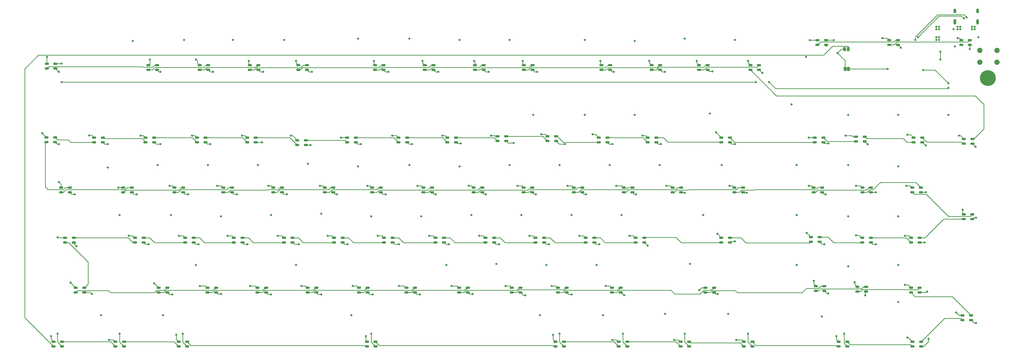
<source format=gbr>
G04 #@! TF.GenerationSoftware,KiCad,Pcbnew,8.0.6*
G04 #@! TF.CreationDate,2025-01-12T17:42:35+11:00*
G04 #@! TF.ProjectId,keyboard,6b657962-6f61-4726-942e-6b696361645f,rev?*
G04 #@! TF.SameCoordinates,Original*
G04 #@! TF.FileFunction,Copper,L1,Top*
G04 #@! TF.FilePolarity,Positive*
%FSLAX46Y46*%
G04 Gerber Fmt 4.6, Leading zero omitted, Abs format (unit mm)*
G04 Created by KiCad (PCBNEW 8.0.6) date 2025-01-12 17:42:35*
%MOMM*%
%LPD*%
G01*
G04 APERTURE LIST*
G04 Aperture macros list*
%AMRoundRect*
0 Rectangle with rounded corners*
0 $1 Rounding radius*
0 $2 $3 $4 $5 $6 $7 $8 $9 X,Y pos of 4 corners*
0 Add a 4 corners polygon primitive as box body*
4,1,4,$2,$3,$4,$5,$6,$7,$8,$9,$2,$3,0*
0 Add four circle primitives for the rounded corners*
1,1,$1+$1,$2,$3*
1,1,$1+$1,$4,$5*
1,1,$1+$1,$6,$7*
1,1,$1+$1,$8,$9*
0 Add four rect primitives between the rounded corners*
20,1,$1+$1,$2,$3,$4,$5,0*
20,1,$1+$1,$4,$5,$6,$7,0*
20,1,$1+$1,$6,$7,$8,$9,0*
20,1,$1+$1,$8,$9,$2,$3,0*%
G04 Aperture macros list end*
G04 #@! TA.AperFunction,EtchedComponent*
%ADD10C,0.000000*%
G04 #@! TD*
G04 #@! TA.AperFunction,SMDPad,CuDef*
%ADD11RoundRect,0.200000X-0.550000X-0.200000X0.550000X-0.200000X0.550000X0.200000X-0.550000X0.200000X0*%
G04 #@! TD*
G04 #@! TA.AperFunction,SMDPad,CuDef*
%ADD12R,1.000000X1.500000*%
G04 #@! TD*
G04 #@! TA.AperFunction,ComponentPad*
%ADD13C,2.000000*%
G04 #@! TD*
G04 #@! TA.AperFunction,ComponentPad*
%ADD14C,6.000000*%
G04 #@! TD*
G04 #@! TA.AperFunction,ComponentPad*
%ADD15O,1.000000X1.800000*%
G04 #@! TD*
G04 #@! TA.AperFunction,ComponentPad*
%ADD16O,1.000000X2.100000*%
G04 #@! TD*
G04 #@! TA.AperFunction,ViaPad*
%ADD17C,0.800000*%
G04 #@! TD*
G04 #@! TA.AperFunction,Conductor*
%ADD18C,0.250000*%
G04 #@! TD*
G04 APERTURE END LIST*
D10*
G04 #@! TA.AperFunction,EtchedComponent*
G36*
X334750000Y-43800000D02*
G01*
X334250000Y-43800000D01*
X334250000Y-43200000D01*
X334750000Y-43200000D01*
X334750000Y-43800000D01*
G37*
G04 #@! TD.AperFunction*
D11*
X97860000Y-88610000D03*
X97860000Y-90390000D03*
X101140000Y-90390000D03*
X101140000Y-88610000D03*
X41860000Y-126610000D03*
X41860000Y-128390000D03*
X45140000Y-128390000D03*
X45140000Y-126610000D03*
X164360000Y-69610000D03*
X164360000Y-71390000D03*
X167640000Y-71390000D03*
X167640000Y-69610000D03*
X340410000Y-88610000D03*
X340410000Y-90390000D03*
X343690000Y-90390000D03*
X343690000Y-88610000D03*
X125910000Y-70610000D03*
X125910000Y-72390000D03*
X129190000Y-72390000D03*
X129190000Y-70610000D03*
X223910000Y-147110000D03*
X223910000Y-148890000D03*
X227190000Y-148890000D03*
X227190000Y-147110000D03*
X207360000Y-126610000D03*
X207360000Y-128390000D03*
X210640000Y-128390000D03*
X210640000Y-126610000D03*
X101860000Y-107610000D03*
X101860000Y-109390000D03*
X105140000Y-109390000D03*
X105140000Y-107610000D03*
X197360000Y-107610000D03*
X197360000Y-109390000D03*
X200640000Y-109390000D03*
X200640000Y-107610000D03*
X280860000Y-126610000D03*
X280860000Y-128390000D03*
X284140000Y-128390000D03*
X284140000Y-126610000D03*
X291860000Y-88610000D03*
X291860000Y-90390000D03*
X295140000Y-90390000D03*
X295140000Y-88610000D03*
X56910000Y-147110000D03*
X56910000Y-148890000D03*
X60190000Y-148890000D03*
X60190000Y-147110000D03*
X321860000Y-88610000D03*
X321860000Y-90390000D03*
X325140000Y-90390000D03*
X325140000Y-88610000D03*
X201910000Y-69110000D03*
X201910000Y-70890000D03*
X205190000Y-70890000D03*
X205190000Y-69110000D03*
X220910000Y-69110000D03*
X220910000Y-70890000D03*
X224190000Y-70890000D03*
X224190000Y-69110000D03*
X30720000Y-69500000D03*
X30720000Y-71280000D03*
X34000000Y-71280000D03*
X34000000Y-69500000D03*
X358860000Y-126610000D03*
X358860000Y-128390000D03*
X362140000Y-128390000D03*
X362140000Y-126610000D03*
X144860000Y-69610000D03*
X144860000Y-71390000D03*
X148140000Y-71390000D03*
X148140000Y-69610000D03*
X254360000Y-107610000D03*
X254360000Y-109390000D03*
X257640000Y-109390000D03*
X257640000Y-107610000D03*
X320910000Y-107410000D03*
X320910000Y-109190000D03*
X324190000Y-109190000D03*
X324190000Y-107410000D03*
X36360000Y-88610000D03*
X36360000Y-90390000D03*
X39640000Y-90390000D03*
X39640000Y-88610000D03*
X126360000Y-42110000D03*
X126360000Y-43890000D03*
X129640000Y-43890000D03*
X129640000Y-42110000D03*
X359360000Y-88610000D03*
X359360000Y-90390000D03*
X362640000Y-90390000D03*
X362640000Y-88610000D03*
X378410000Y-137110000D03*
X378410000Y-138890000D03*
X381690000Y-138890000D03*
X381690000Y-137110000D03*
X79360000Y-88610000D03*
X79360000Y-90390000D03*
X82640000Y-90390000D03*
X82640000Y-88610000D03*
X340360000Y-107610000D03*
X340360000Y-109390000D03*
X343640000Y-109390000D03*
X343640000Y-107610000D03*
X107910000Y-42110000D03*
X107910000Y-43890000D03*
X111190000Y-43890000D03*
X111190000Y-42110000D03*
X268360000Y-88610000D03*
X268360000Y-90390000D03*
X271640000Y-90390000D03*
X271640000Y-88610000D03*
X241410000Y-42110000D03*
X241410000Y-43890000D03*
X244690000Y-43890000D03*
X244690000Y-42110000D03*
X331410000Y-147110000D03*
X331410000Y-148890000D03*
X334690000Y-148890000D03*
X334690000Y-147110000D03*
X182910000Y-69610000D03*
X182910000Y-71390000D03*
X186190000Y-71390000D03*
X186190000Y-69610000D03*
X155410000Y-42110000D03*
X155410000Y-43890000D03*
X158690000Y-43890000D03*
X158690000Y-42110000D03*
X286860000Y-107610000D03*
X286860000Y-109390000D03*
X290140000Y-109390000D03*
X290140000Y-107610000D03*
X350635000Y-32610000D03*
X350635000Y-34390000D03*
X353915000Y-34390000D03*
X353915000Y-32610000D03*
X174360000Y-42110000D03*
X174360000Y-43890000D03*
X177640000Y-43890000D03*
X177640000Y-42110000D03*
X278410000Y-42110000D03*
X278410000Y-43890000D03*
X281690000Y-43890000D03*
X281690000Y-42110000D03*
X235360000Y-107610000D03*
X235360000Y-109390000D03*
X238640000Y-109390000D03*
X238640000Y-107610000D03*
X129860000Y-126610000D03*
X129860000Y-128390000D03*
X133140000Y-128390000D03*
X133140000Y-126610000D03*
X271410000Y-147110000D03*
X271410000Y-148890000D03*
X274690000Y-148890000D03*
X274690000Y-147110000D03*
X37860000Y-107610000D03*
X37860000Y-109390000D03*
X41140000Y-109390000D03*
X41140000Y-107610000D03*
X297910000Y-42110000D03*
X297910000Y-43890000D03*
X301190000Y-43890000D03*
X301190000Y-42110000D03*
X73360000Y-126610000D03*
X73360000Y-128390000D03*
X76640000Y-128390000D03*
X76640000Y-126610000D03*
X69410000Y-42110000D03*
X69410000Y-43890000D03*
X72690000Y-43890000D03*
X72690000Y-42110000D03*
X245360000Y-126610000D03*
X245360000Y-128390000D03*
X248640000Y-128390000D03*
X248640000Y-126610000D03*
X59860000Y-88610000D03*
X59860000Y-90390000D03*
X63140000Y-90390000D03*
X63140000Y-88610000D03*
X187360000Y-126610000D03*
X187360000Y-128390000D03*
X190640000Y-128390000D03*
X190640000Y-126610000D03*
X106910000Y-69610000D03*
X106910000Y-71390000D03*
X110190000Y-71390000D03*
X110190000Y-69610000D03*
X247910000Y-147110000D03*
X247910000Y-148890000D03*
X251190000Y-148890000D03*
X251190000Y-147110000D03*
X68360000Y-69610000D03*
X68360000Y-71390000D03*
X71640000Y-71390000D03*
X71640000Y-69610000D03*
X33410000Y-147110000D03*
X33410000Y-148890000D03*
X36690000Y-148890000D03*
X36690000Y-147110000D03*
X249860000Y-88610000D03*
X249860000Y-90390000D03*
X253140000Y-90390000D03*
X253140000Y-88610000D03*
X224860000Y-126610000D03*
X224860000Y-128390000D03*
X228140000Y-128390000D03*
X228140000Y-126610000D03*
X91860000Y-126610000D03*
X91860000Y-128390000D03*
X95140000Y-128390000D03*
X95140000Y-126610000D03*
X358860000Y-107610000D03*
X358860000Y-109390000D03*
X362140000Y-109390000D03*
X362140000Y-107610000D03*
X295410000Y-147110000D03*
X295410000Y-148890000D03*
X298690000Y-148890000D03*
X298690000Y-147110000D03*
X323360000Y-32610000D03*
X323360000Y-34390000D03*
X326640000Y-34390000D03*
X326640000Y-32610000D03*
X116860000Y-88610000D03*
X116860000Y-90390000D03*
X120140000Y-90390000D03*
X120140000Y-88610000D03*
X377910000Y-32610000D03*
X377910000Y-34390000D03*
X381190000Y-34390000D03*
X381190000Y-32610000D03*
X30860000Y-41610000D03*
X30860000Y-43390000D03*
X34140000Y-43390000D03*
X34140000Y-41610000D03*
X110860000Y-126610000D03*
X110860000Y-128390000D03*
X114140000Y-128390000D03*
X114140000Y-126610000D03*
D12*
X333700000Y-36000000D03*
X335000000Y-36000000D03*
D11*
X378910000Y-70110000D03*
X378910000Y-71890000D03*
X382190000Y-71890000D03*
X382190000Y-70110000D03*
X378860000Y-98760000D03*
X378860000Y-100540000D03*
X382140000Y-100540000D03*
X382140000Y-98760000D03*
X211910000Y-42110000D03*
X211910000Y-43890000D03*
X215190000Y-43890000D03*
X215190000Y-42110000D03*
D12*
X335150000Y-43500000D03*
X333850000Y-43500000D03*
D11*
X48860000Y-69610000D03*
X48860000Y-71390000D03*
X52140000Y-71390000D03*
X52140000Y-69610000D03*
X322360000Y-69610000D03*
X322360000Y-71390000D03*
X325640000Y-71390000D03*
X325640000Y-69610000D03*
X149360000Y-126610000D03*
X149360000Y-128390000D03*
X152640000Y-128390000D03*
X152640000Y-126610000D03*
X173860000Y-88610000D03*
X173860000Y-90390000D03*
X177140000Y-90390000D03*
X177140000Y-88610000D03*
X260410000Y-42110000D03*
X260410000Y-43890000D03*
X263690000Y-43890000D03*
X263690000Y-42110000D03*
X230860000Y-88610000D03*
X230860000Y-90390000D03*
X234140000Y-90390000D03*
X234140000Y-88610000D03*
X152360000Y-147110000D03*
X152360000Y-148890000D03*
X155640000Y-148890000D03*
X155640000Y-147110000D03*
X136360000Y-88610000D03*
X136360000Y-90390000D03*
X139640000Y-90390000D03*
X139640000Y-88610000D03*
X258910000Y-69610000D03*
X258910000Y-71390000D03*
X262190000Y-71390000D03*
X262190000Y-69610000D03*
X211860000Y-88610000D03*
X211860000Y-90390000D03*
X215140000Y-90390000D03*
X215140000Y-88610000D03*
X178360000Y-107610000D03*
X178360000Y-109390000D03*
X181640000Y-109390000D03*
X181640000Y-107610000D03*
X87860000Y-69610000D03*
X87860000Y-71390000D03*
X91140000Y-71390000D03*
X91140000Y-69610000D03*
X338500000Y-126260000D03*
X338500000Y-128040000D03*
X341780000Y-128040000D03*
X341780000Y-126260000D03*
X359410000Y-147110000D03*
X359410000Y-148890000D03*
X362690000Y-148890000D03*
X362690000Y-147110000D03*
X359860000Y-69610000D03*
X359860000Y-71390000D03*
X363140000Y-71390000D03*
X363140000Y-69610000D03*
X88860000Y-42110000D03*
X88860000Y-43890000D03*
X92140000Y-43890000D03*
X92140000Y-42110000D03*
X337972500Y-69272500D03*
X337972500Y-71052500D03*
X341252500Y-71052500D03*
X341252500Y-69272500D03*
X158860000Y-107610000D03*
X158860000Y-109390000D03*
X162140000Y-109390000D03*
X162140000Y-107610000D03*
X240360000Y-69610000D03*
X240360000Y-71390000D03*
X243640000Y-71390000D03*
X243640000Y-69610000D03*
X80910000Y-147110000D03*
X80910000Y-148890000D03*
X84190000Y-148890000D03*
X84190000Y-147110000D03*
X192860000Y-88610000D03*
X192860000Y-90390000D03*
X196140000Y-90390000D03*
X196140000Y-88610000D03*
X216360000Y-107610000D03*
X216360000Y-109390000D03*
X219640000Y-109390000D03*
X219640000Y-107610000D03*
X139860000Y-107610000D03*
X139860000Y-109390000D03*
X143140000Y-109390000D03*
X143140000Y-107610000D03*
X286860000Y-69610000D03*
X286860000Y-71390000D03*
X290140000Y-71390000D03*
X290140000Y-69610000D03*
X193410000Y-42110000D03*
X193410000Y-43890000D03*
X196690000Y-43890000D03*
X196690000Y-42110000D03*
X167360000Y-126610000D03*
X167360000Y-128390000D03*
X170640000Y-128390000D03*
X170640000Y-126610000D03*
X120860000Y-107610000D03*
X120860000Y-109390000D03*
X124140000Y-109390000D03*
X124140000Y-107610000D03*
X64360000Y-107610000D03*
X64360000Y-109390000D03*
X67640000Y-109390000D03*
X67640000Y-107610000D03*
X83360000Y-107610000D03*
X83360000Y-109390000D03*
X86640000Y-109390000D03*
X86640000Y-107610000D03*
X154360000Y-88610000D03*
X154360000Y-90390000D03*
X157640000Y-90390000D03*
X157640000Y-88610000D03*
X322720000Y-126000000D03*
X322720000Y-127780000D03*
X326000000Y-127780000D03*
X326000000Y-126000000D03*
D13*
X391500000Y-36500000D03*
X385000000Y-36500000D03*
X391500000Y-41000000D03*
X385000000Y-41000000D03*
D14*
X388000000Y-47000000D03*
D15*
X375500000Y-21500000D03*
D16*
X375500000Y-25700000D03*
D15*
X384140000Y-21500000D03*
D16*
X384140000Y-25700000D03*
D17*
X51500000Y-137000000D03*
X63500000Y-33000000D03*
X58500000Y-99000000D03*
X54000000Y-81000000D03*
X83000000Y-32500000D03*
X87500000Y-118000000D03*
X73000000Y-80000000D03*
X75000000Y-137000000D03*
X78000000Y-99000000D03*
X97000000Y-99500000D03*
X101500000Y-32500000D03*
X92000000Y-80000000D03*
X111000000Y-80000000D03*
X125500000Y-118000000D03*
X116000000Y-99000000D03*
X121000000Y-32500000D03*
X135000000Y-98500000D03*
X146500000Y-137000000D03*
X130000000Y-79500000D03*
X149000000Y-80500000D03*
X154000000Y-99500000D03*
X149000000Y-32000000D03*
X182500000Y-118000000D03*
X173000000Y-99500000D03*
X168500000Y-32000000D03*
X168500000Y-80000000D03*
X201500000Y-117500000D03*
X192000000Y-99000000D03*
X187500000Y-32500000D03*
X187500000Y-80500000D03*
X218000000Y-137000000D03*
X211000000Y-99000000D03*
X206500000Y-80000000D03*
X215500000Y-61000000D03*
X206500000Y-32500000D03*
X220500000Y-118000000D03*
X242000000Y-137000000D03*
X235000000Y-61000000D03*
X235000000Y-32500000D03*
X230000000Y-99000000D03*
X225500000Y-80000000D03*
X239500000Y-118000000D03*
X254000000Y-33000000D03*
X249000000Y-99000000D03*
X254000000Y-61000000D03*
X244500000Y-80000000D03*
X263500000Y-80000000D03*
X280000000Y-99000000D03*
X265500000Y-136500000D03*
X275000000Y-117500000D03*
X273000000Y-32000014D03*
X292000000Y-32500000D03*
X287000000Y-80000000D03*
X282500000Y-60500000D03*
X289500000Y-136500000D03*
X315500000Y-118000000D03*
X315500000Y-99000000D03*
X315500000Y-80000000D03*
X313500000Y-57000000D03*
X335000000Y-99500000D03*
X335000000Y-61000000D03*
X335000000Y-80000000D03*
X325000000Y-137500000D03*
X335000000Y-118500000D03*
X354000000Y-99500000D03*
X354000000Y-80500000D03*
X354000000Y-118000000D03*
X354000000Y-132000000D03*
X354000000Y-61000000D03*
X373000000Y-61000000D03*
X329500000Y-32610000D03*
X331000000Y-37500000D03*
X300000000Y-48500000D03*
X305000000Y-48500000D03*
X36500000Y-41500000D03*
X36500000Y-48500000D03*
X373000000Y-50725000D03*
X350000000Y-43500000D03*
X99500000Y-106885000D03*
X233000000Y-106885000D03*
X223000000Y-144500000D03*
X125500000Y-40500000D03*
X184500000Y-125885000D03*
X58000000Y-88610000D03*
X171500000Y-87885000D03*
X292500000Y-146385000D03*
X338000000Y-87885000D03*
X266000000Y-87885000D03*
X376000000Y-136000000D03*
X209500000Y-87885000D03*
X107500000Y-40500000D03*
X357000000Y-87885000D03*
X277500000Y-40500000D03*
X290000000Y-87885000D03*
X193000000Y-40500000D03*
X285375000Y-106125000D03*
X127500000Y-125885000D03*
X238000000Y-68385000D03*
X191000000Y-87885000D03*
X356500000Y-125535000D03*
X176000000Y-106885000D03*
X199500000Y-68885000D03*
X357500000Y-145500000D03*
X32500000Y-145000000D03*
X62000000Y-106885000D03*
X369500000Y-32500000D03*
X320000000Y-69610000D03*
X156500000Y-106885000D03*
X118500000Y-106885000D03*
X71625000Y-124875000D03*
X348000000Y-31885000D03*
X105000000Y-68885000D03*
X35000000Y-107500000D03*
X382000000Y-28500000D03*
X247000000Y-87885000D03*
X35500000Y-86500000D03*
X81000000Y-106885000D03*
X241000000Y-40500000D03*
X284875000Y-67625000D03*
X95500000Y-87885000D03*
X228500000Y-87885000D03*
X47000000Y-68775000D03*
X162000000Y-68885000D03*
X245500000Y-146385000D03*
X115000000Y-87885000D03*
X77500000Y-87885000D03*
X70000000Y-40000000D03*
X297000000Y-40500000D03*
X377500000Y-27500000D03*
X337500000Y-124500000D03*
X155000000Y-40500000D03*
X152500000Y-87885000D03*
X86000000Y-68885000D03*
X269000000Y-146385000D03*
X278500000Y-127500000D03*
X205000000Y-125885000D03*
X243000000Y-125885000D03*
X173500000Y-40500000D03*
X80000000Y-144500000D03*
X356500000Y-106885000D03*
X123500000Y-68885000D03*
X320000000Y-87885000D03*
X259500000Y-40500000D03*
X368500000Y-32500000D03*
X137500000Y-106885000D03*
X87500000Y-40000000D03*
X320500000Y-32610000D03*
X376500000Y-31885000D03*
X257000000Y-68885000D03*
X338000000Y-106685000D03*
X382000000Y-27500000D03*
X322000000Y-124000000D03*
X29110000Y-67890000D03*
X357500000Y-68547500D03*
X181000000Y-68885000D03*
X54500000Y-146385000D03*
X330500000Y-145000000D03*
X142500000Y-69610000D03*
X252000000Y-106885000D03*
X164500000Y-125885000D03*
X152000000Y-145000000D03*
X375000000Y-28500000D03*
X211500000Y-40500000D03*
X368500000Y-31500000D03*
X319250000Y-105750000D03*
X39875000Y-124625000D03*
X218500000Y-68385000D03*
X66500000Y-68885000D03*
X334000000Y-68885000D03*
X31000000Y-39000000D03*
X319000000Y-39000000D03*
X377500000Y-28500000D03*
X377000000Y-68885000D03*
X108000000Y-125885000D03*
X378500000Y-97000000D03*
X134500000Y-87885000D03*
X384500000Y-31500000D03*
X89000000Y-125885000D03*
X195000000Y-106885000D03*
X369500000Y-31500000D03*
X147000000Y-125885000D03*
X214000000Y-106885000D03*
X222500000Y-125885000D03*
X145000000Y-110115000D03*
X112500000Y-71390000D03*
X131000000Y-72390000D03*
X285500000Y-129000000D03*
X292000000Y-108990000D03*
X249500000Y-144000000D03*
X368500000Y-28500000D03*
X327500000Y-128765000D03*
X169500000Y-72115000D03*
X82500000Y-144000000D03*
X65000000Y-91115000D03*
X74000000Y-72115000D03*
X258875000Y-110625000D03*
X376499997Y-27500000D03*
X135000000Y-129115000D03*
X355012500Y-35487500D03*
X159500000Y-91115000D03*
X342350000Y-72150000D03*
X160500000Y-44615000D03*
X250000000Y-129398900D03*
X369500000Y-27500000D03*
X364500000Y-90390000D03*
X225500000Y-144000000D03*
X383500000Y-100000000D03*
X131500000Y-44615000D03*
X107000000Y-110115000D03*
X178500000Y-91115000D03*
X141000000Y-91115000D03*
X264000000Y-72115000D03*
X188000000Y-71790000D03*
X84500000Y-91115000D03*
X154000000Y-144000000D03*
X230000000Y-129115000D03*
X283500000Y-44500000D03*
X47999983Y-128999983D03*
X365000000Y-128000000D03*
X208000000Y-71615000D03*
X183500000Y-110115000D03*
X221500000Y-110115000D03*
X383034153Y-27524246D03*
X54000000Y-72115000D03*
X42137300Y-110862700D03*
X345500000Y-90390000D03*
X364000000Y-109390000D03*
X296500000Y-90500000D03*
X246000000Y-44615000D03*
X78500000Y-129115000D03*
X292000000Y-72115000D03*
X35000000Y-144000000D03*
X94000000Y-44615000D03*
X217000000Y-44615000D03*
X227500000Y-72115000D03*
X150000000Y-72115000D03*
X364500000Y-72615000D03*
X297000000Y-144000000D03*
X369500000Y-28500000D03*
X326500000Y-91115000D03*
X212500000Y-129500000D03*
X368500000Y-27500000D03*
X164500000Y-110115000D03*
X88500000Y-110115000D03*
X345500000Y-110115000D03*
X326000000Y-110115000D03*
X58500000Y-144000000D03*
X326738336Y-34693652D03*
X41500000Y-91115000D03*
X240500000Y-110115000D03*
X103000000Y-91115000D03*
X254500000Y-91115000D03*
X302400000Y-45100000D03*
X235500000Y-91115000D03*
X97000000Y-129000000D03*
X154500000Y-129115000D03*
X245500000Y-72115000D03*
X381190000Y-36000000D03*
X327500000Y-71790000D03*
X383500000Y-140000000D03*
X383400000Y-73100000D03*
X192500000Y-129000000D03*
X172500000Y-129115000D03*
X333500000Y-144000000D03*
X273000000Y-144000000D03*
X116000000Y-129115000D03*
X202500000Y-110115000D03*
X376500000Y-28500000D03*
X198500000Y-44615000D03*
X375500000Y-35000000D03*
X35500000Y-44615000D03*
X197500000Y-91115000D03*
X74000000Y-44615000D03*
X216500000Y-91115000D03*
X122000000Y-91115000D03*
X265500000Y-44615000D03*
X365500000Y-146000000D03*
X179500000Y-44615000D03*
X126500000Y-110115000D03*
X383000000Y-28500000D03*
X93000000Y-72115000D03*
X113000000Y-44615000D03*
X35500000Y-72115000D03*
X273000000Y-90500000D03*
X341500000Y-129500000D03*
X69500000Y-110115000D03*
X380000000Y-24000000D03*
X360500000Y-32500000D03*
X378951992Y-24325000D03*
X361500000Y-31500000D03*
X370000000Y-37000000D03*
X370000000Y-40000000D03*
X373000000Y-49000000D03*
X363500000Y-44000002D03*
D18*
X372725000Y-51000000D02*
X373000000Y-50725000D01*
X307500000Y-51000000D02*
X372725000Y-51000000D01*
X305000000Y-48500000D02*
X307500000Y-51000000D01*
X371575000Y-138225000D02*
X362690000Y-147110000D01*
X378410000Y-138890000D02*
X377745000Y-138225000D01*
X377745000Y-138225000D02*
X371575000Y-138225000D01*
X67400000Y-42900000D02*
X71150000Y-42900000D01*
X71150000Y-42900000D02*
X71940000Y-42110000D01*
X30860000Y-43390000D02*
X31585000Y-42665000D01*
X71940000Y-42110000D02*
X72690000Y-42110000D01*
X67165000Y-42665000D02*
X67400000Y-42900000D01*
X31585000Y-42665000D02*
X67165000Y-42665000D01*
X70988604Y-43890000D02*
X71928604Y-42950000D01*
X69410000Y-43890000D02*
X70988604Y-43890000D01*
X91390000Y-42110000D02*
X92140000Y-42110000D01*
X90550000Y-42950000D02*
X91390000Y-42110000D01*
X71928604Y-42950000D02*
X90550000Y-42950000D01*
X109995600Y-42950000D02*
X110395600Y-42550000D01*
X90641996Y-43890000D02*
X91581996Y-42950000D01*
X91581996Y-42950000D02*
X109995600Y-42950000D01*
X88860000Y-43890000D02*
X90641996Y-43890000D01*
X110395600Y-42550000D02*
X110815000Y-42550000D01*
X110815000Y-42550000D02*
X111190000Y-42175000D01*
X128253604Y-42110000D02*
X129640000Y-42110000D01*
X127363604Y-43000000D02*
X128253604Y-42110000D01*
X109691996Y-43890000D02*
X110581996Y-43000000D01*
X110581996Y-43000000D02*
X127363604Y-43000000D01*
X107910000Y-43890000D02*
X109691996Y-43890000D01*
X126360000Y-43890000D02*
X127110000Y-43890000D01*
X157940000Y-42110000D02*
X158690000Y-42110000D01*
X127110000Y-43890000D02*
X127950000Y-43050000D01*
X127950000Y-43050000D02*
X157000000Y-43050000D01*
X157000000Y-43050000D02*
X157940000Y-42110000D01*
X176890000Y-42110000D02*
X177640000Y-42110000D01*
X155410000Y-43890000D02*
X157191996Y-43890000D01*
X176050000Y-42950000D02*
X176890000Y-42110000D01*
X157191996Y-43890000D02*
X158131996Y-42950000D01*
X158131996Y-42950000D02*
X176050000Y-42950000D01*
X195940000Y-42110000D02*
X196690000Y-42110000D01*
X174360000Y-43890000D02*
X176141996Y-43890000D01*
X177081996Y-42950000D02*
X195100000Y-42950000D01*
X176141996Y-43890000D02*
X177081996Y-42950000D01*
X195100000Y-42950000D02*
X195940000Y-42110000D01*
X214750000Y-42550000D02*
X215190000Y-42110000D01*
X195191996Y-43890000D02*
X196081996Y-43000000D01*
X196081996Y-43000000D02*
X213945600Y-43000000D01*
X193410000Y-43890000D02*
X195191996Y-43890000D01*
X214395600Y-42550000D02*
X214750000Y-42550000D01*
X213945600Y-43000000D02*
X214395600Y-42550000D01*
X243940000Y-42110000D02*
X244690000Y-42110000D01*
X214581996Y-43000000D02*
X243050000Y-43000000D01*
X243050000Y-43000000D02*
X243940000Y-42110000D01*
X213691996Y-43890000D02*
X214581996Y-43000000D01*
X211910000Y-43890000D02*
X213691996Y-43890000D01*
X263270600Y-42175000D02*
X263690000Y-42175000D01*
X262445600Y-43000000D02*
X263270600Y-42175000D01*
X244081996Y-43000000D02*
X262445600Y-43000000D01*
X243191996Y-43890000D02*
X244081996Y-43000000D01*
X241410000Y-43890000D02*
X243191996Y-43890000D01*
X280940000Y-42110000D02*
X281690000Y-42110000D01*
X263246996Y-42835000D02*
X280215000Y-42835000D01*
X262191996Y-43890000D02*
X263246996Y-42835000D01*
X260410000Y-43890000D02*
X262191996Y-43890000D01*
X280215000Y-42835000D02*
X280940000Y-42110000D01*
X300465000Y-42835000D02*
X301190000Y-42110000D01*
X281246996Y-42835000D02*
X300465000Y-42835000D01*
X278410000Y-43890000D02*
X280191996Y-43890000D01*
X280191996Y-43890000D02*
X281246996Y-42835000D01*
X22500000Y-43500000D02*
X22500000Y-137980000D01*
X329075000Y-34925000D02*
X325725000Y-38275000D01*
X22500000Y-137980000D02*
X33410000Y-148890000D01*
X334925000Y-34925000D02*
X329075000Y-34925000D01*
X335000000Y-36000000D02*
X335000000Y-35000000D01*
X335000000Y-35000000D02*
X334925000Y-34925000D01*
X325725000Y-38275000D02*
X27725000Y-38275000D01*
X27725000Y-38275000D02*
X22500000Y-43500000D01*
X331000000Y-37500000D02*
X332500000Y-36000000D01*
X329500000Y-32610000D02*
X326640000Y-32610000D01*
X332500000Y-36000000D02*
X333700000Y-36000000D01*
X333850000Y-40350000D02*
X333850000Y-43500000D01*
X331000000Y-37500000D02*
X333850000Y-40350000D01*
X39000000Y-70500000D02*
X35000000Y-70500000D01*
X48860000Y-71390000D02*
X39890000Y-71390000D01*
X39890000Y-71390000D02*
X39000000Y-70500000D01*
X35000000Y-70500000D02*
X34000000Y-69500000D01*
X52600000Y-70000000D02*
X67100000Y-70000000D01*
X67100000Y-70000000D02*
X68100000Y-71000000D01*
X52450000Y-69850000D02*
X52600000Y-70000000D01*
X71640000Y-69610000D02*
X86080000Y-69610000D01*
X86080000Y-69610000D02*
X87860000Y-71390000D01*
X91140000Y-69610000D02*
X105130000Y-69610000D01*
X105130000Y-69610000D02*
X106910000Y-71390000D01*
X123130000Y-69610000D02*
X125910000Y-72390000D01*
X110190000Y-69610000D02*
X123130000Y-69610000D01*
X144080000Y-70610000D02*
X144860000Y-71390000D01*
X129190000Y-70610000D02*
X144080000Y-70610000D01*
X148140000Y-69610000D02*
X162580000Y-69610000D01*
X162580000Y-69610000D02*
X164360000Y-71390000D01*
X167640000Y-69610000D02*
X181130000Y-69610000D01*
X181130000Y-69610000D02*
X182910000Y-71390000D01*
X186190000Y-69610000D02*
X200630000Y-69610000D01*
X200630000Y-69610000D02*
X201910000Y-70890000D01*
X205190000Y-69110000D02*
X219130000Y-69110000D01*
X219130000Y-69110000D02*
X220910000Y-70890000D01*
X240360000Y-71390000D02*
X226890000Y-71390000D01*
X226890000Y-71390000D02*
X225000000Y-69500000D01*
X243640000Y-69610000D02*
X257130000Y-69610000D01*
X257130000Y-69610000D02*
X258910000Y-71390000D01*
X286751100Y-71348900D02*
X266648900Y-71348900D01*
X266648900Y-71348900D02*
X264910000Y-69610000D01*
X264910000Y-69610000D02*
X262190000Y-69610000D01*
X337972500Y-71052500D02*
X327082500Y-71052500D01*
X327082500Y-71052500D02*
X325640000Y-69610000D01*
X355960000Y-70000000D02*
X341980000Y-70000000D01*
X357350000Y-71390000D02*
X355960000Y-70000000D01*
X359860000Y-71390000D02*
X357350000Y-71390000D01*
X341980000Y-70000000D02*
X341252500Y-69272500D01*
X382690000Y-70110000D02*
X382190000Y-70110000D01*
X383254150Y-53770000D02*
X386500000Y-57015850D01*
X386500000Y-57015850D02*
X386500000Y-66300000D01*
X386500000Y-66300000D02*
X382690000Y-70110000D01*
X297910000Y-43890000D02*
X307790000Y-53770000D01*
X307790000Y-53770000D02*
X383254150Y-53770000D01*
X36500000Y-41500000D02*
X34250000Y-41500000D01*
X36500000Y-48500000D02*
X300000000Y-48500000D01*
X34250000Y-41500000D02*
X34140000Y-41610000D01*
X30320000Y-71680000D02*
X30320000Y-88320000D01*
X31335000Y-89335000D02*
X37133004Y-89335000D01*
X30720000Y-71280000D02*
X30320000Y-71680000D01*
X37133004Y-89335000D02*
X37858004Y-88610000D01*
X30320000Y-88320000D02*
X31335000Y-89335000D01*
X37858004Y-88610000D02*
X39640000Y-88610000D01*
X36360000Y-90390000D02*
X37110000Y-90390000D01*
X60633004Y-89335000D02*
X61358004Y-88610000D01*
X37110000Y-90390000D02*
X38165000Y-89335000D01*
X38165000Y-89335000D02*
X60633004Y-89335000D01*
X61358004Y-88610000D02*
X63140000Y-88610000D01*
X61104400Y-89500000D02*
X81000000Y-89500000D01*
X81890000Y-88610000D02*
X82640000Y-88610000D01*
X81000000Y-89500000D02*
X81890000Y-88610000D01*
X60465000Y-89785000D02*
X60819400Y-89785000D01*
X60819400Y-89785000D02*
X61104400Y-89500000D01*
X59860000Y-90390000D02*
X60465000Y-89785000D01*
X80746396Y-90390000D02*
X79360000Y-90390000D01*
X81801396Y-89335000D02*
X80746396Y-90390000D01*
X99165000Y-89335000D02*
X99890000Y-88610000D01*
X99890000Y-88610000D02*
X101140000Y-88610000D01*
X81801396Y-89335000D02*
X99165000Y-89335000D01*
X118665000Y-89335000D02*
X119390000Y-88610000D01*
X114665000Y-89335000D02*
X118665000Y-89335000D01*
X114500000Y-89500000D02*
X114665000Y-89335000D01*
X97860000Y-90390000D02*
X99641996Y-90390000D01*
X99641996Y-90390000D02*
X100531996Y-89500000D01*
X119390000Y-88610000D02*
X120140000Y-88610000D01*
X100531996Y-89500000D02*
X114500000Y-89500000D01*
X118246396Y-90390000D02*
X119301396Y-89335000D01*
X137865000Y-89335000D02*
X138590000Y-88610000D01*
X138590000Y-88610000D02*
X139640000Y-88610000D01*
X119301396Y-89335000D02*
X137865000Y-89335000D01*
X116860000Y-90390000D02*
X118246396Y-90390000D01*
X139196996Y-89335000D02*
X156165000Y-89335000D01*
X138141996Y-90390000D02*
X139196996Y-89335000D01*
X156165000Y-89335000D02*
X156890000Y-88610000D01*
X136360000Y-90390000D02*
X138141996Y-90390000D01*
X156890000Y-88610000D02*
X157640000Y-88610000D01*
X154360000Y-90390000D02*
X156141996Y-90390000D01*
X175500000Y-89500000D02*
X176390000Y-88610000D01*
X156141996Y-90390000D02*
X157031996Y-89500000D01*
X176390000Y-88610000D02*
X177140000Y-88610000D01*
X157031996Y-89500000D02*
X175500000Y-89500000D01*
X194500000Y-89500000D02*
X195390000Y-88610000D01*
X173860000Y-90390000D02*
X175641996Y-90390000D01*
X176531996Y-89500000D02*
X194500000Y-89500000D01*
X195390000Y-88610000D02*
X196140000Y-88610000D01*
X175641996Y-90390000D02*
X176531996Y-89500000D01*
X192860000Y-90390000D02*
X194641996Y-90390000D01*
X213500000Y-89500000D02*
X214390000Y-88610000D01*
X194641996Y-90390000D02*
X195531996Y-89500000D01*
X214390000Y-88610000D02*
X215140000Y-88610000D01*
X195531996Y-89500000D02*
X213500000Y-89500000D01*
X214696996Y-89335000D02*
X231633004Y-89335000D01*
X231633004Y-89335000D02*
X232358004Y-88610000D01*
X213641996Y-90390000D02*
X214696996Y-89335000D01*
X232358004Y-88610000D02*
X234140000Y-88610000D01*
X211860000Y-90390000D02*
X213641996Y-90390000D01*
X233696996Y-89335000D02*
X232641996Y-90390000D01*
X232641996Y-90390000D02*
X230860000Y-90390000D01*
X250633004Y-89335000D02*
X233696996Y-89335000D01*
X251358004Y-88610000D02*
X250633004Y-89335000D01*
X253140000Y-88610000D02*
X251358004Y-88610000D01*
X251665000Y-89335000D02*
X269528604Y-89335000D01*
X250610000Y-90390000D02*
X251665000Y-89335000D01*
X269528604Y-89335000D02*
X270253604Y-88610000D01*
X270253604Y-88610000D02*
X271640000Y-88610000D01*
X249860000Y-90390000D02*
X250610000Y-90390000D01*
X274157762Y-89491000D02*
X274313762Y-89335000D01*
X269110000Y-90390000D02*
X270009000Y-89491000D01*
X270009000Y-89491000D02*
X274157762Y-89491000D01*
X293358004Y-88610000D02*
X295140000Y-88610000D01*
X274313762Y-89335000D02*
X292633004Y-89335000D01*
X292633004Y-89335000D02*
X293358004Y-88610000D01*
X268360000Y-90390000D02*
X269110000Y-90390000D01*
X299665000Y-89335000D02*
X322633004Y-89335000D01*
X291860000Y-90390000D02*
X293641996Y-90390000D01*
X293641996Y-90390000D02*
X294540996Y-89491000D01*
X294540996Y-89491000D02*
X299509000Y-89491000D01*
X299509000Y-89491000D02*
X299665000Y-89335000D01*
X322633004Y-89335000D02*
X323358004Y-88610000D01*
X323358004Y-88610000D02*
X325140000Y-88610000D01*
X342000000Y-89550000D02*
X342940000Y-88610000D01*
X321860000Y-90390000D02*
X322610000Y-90390000D01*
X322610000Y-90390000D02*
X323450000Y-89550000D01*
X342940000Y-88610000D02*
X343690000Y-88610000D01*
X323450000Y-89550000D02*
X342000000Y-89550000D01*
X360640998Y-86610998D02*
X362640000Y-88610000D01*
X340410000Y-90390000D02*
X342191996Y-90390000D01*
X344463004Y-89335000D02*
X347187006Y-86610998D01*
X347187006Y-86610998D02*
X360640998Y-86610998D01*
X342191996Y-90390000D02*
X343246996Y-89335000D01*
X343246996Y-89335000D02*
X344463004Y-89335000D01*
X360085000Y-91115000D02*
X364615000Y-91115000D01*
X373000000Y-99500000D02*
X381400000Y-99500000D01*
X364615000Y-91115000D02*
X373000000Y-99500000D01*
X359360000Y-90390000D02*
X360085000Y-91115000D01*
X381400000Y-99500000D02*
X382140000Y-98760000D01*
X371260000Y-100540000D02*
X364190000Y-107610000D01*
X364190000Y-107610000D02*
X362140000Y-107610000D01*
X378860000Y-100540000D02*
X371260000Y-100540000D01*
X215600000Y-109500000D02*
X204800000Y-109500000D01*
X204800000Y-109500000D02*
X202910000Y-107610000D01*
X202910000Y-107610000D02*
X200640000Y-107610000D01*
X240910000Y-107610000D02*
X238640000Y-107610000D01*
X253600000Y-109500000D02*
X242800000Y-109500000D01*
X242800000Y-109500000D02*
X240910000Y-107610000D01*
X269663842Y-107500000D02*
X257750000Y-107500000D01*
X257750000Y-107500000D02*
X257640000Y-107610000D01*
X286100000Y-109500000D02*
X271663842Y-109500000D01*
X271663842Y-109500000D02*
X269663842Y-107500000D01*
X294286238Y-107610000D02*
X290140000Y-107610000D01*
X320910000Y-109190000D02*
X320550000Y-109550000D01*
X320550000Y-109550000D02*
X296226238Y-109550000D01*
X296226238Y-109550000D02*
X294286238Y-107610000D01*
X327410000Y-107410000D02*
X324190000Y-107410000D01*
X329500000Y-109500000D02*
X327410000Y-107410000D01*
X340050000Y-109500000D02*
X329500000Y-109500000D01*
X343640000Y-107610000D02*
X357080000Y-107610000D01*
X357080000Y-107610000D02*
X358860000Y-109390000D01*
X39156381Y-109500000D02*
X46550150Y-116893769D01*
X46550150Y-116893769D02*
X46550150Y-125199850D01*
X37100000Y-109500000D02*
X39156381Y-109500000D01*
X46550150Y-125199850D02*
X45140000Y-126610000D01*
X63600000Y-109500000D02*
X61710000Y-107610000D01*
X61710000Y-107610000D02*
X41140000Y-107610000D01*
X82600000Y-109500000D02*
X71800000Y-109500000D01*
X69910000Y-107610000D02*
X67640000Y-107610000D01*
X71800000Y-109500000D02*
X69910000Y-107610000D01*
X101100000Y-109500000D02*
X90800000Y-109500000D01*
X90800000Y-109500000D02*
X88910000Y-107610000D01*
X88910000Y-107610000D02*
X86640000Y-107610000D01*
X120100000Y-109500000D02*
X109300000Y-109500000D01*
X109300000Y-109500000D02*
X107410000Y-107610000D01*
X107410000Y-107610000D02*
X105140000Y-107610000D01*
X128300000Y-109500000D02*
X126410000Y-107610000D01*
X139100000Y-109500000D02*
X128300000Y-109500000D01*
X126410000Y-107610000D02*
X124140000Y-107610000D01*
X158100000Y-109500000D02*
X147300000Y-109500000D01*
X145410000Y-107610000D02*
X143140000Y-107610000D01*
X147300000Y-109500000D02*
X145410000Y-107610000D01*
X177600000Y-109500000D02*
X166300000Y-109500000D01*
X166300000Y-109500000D02*
X164410000Y-107610000D01*
X164410000Y-107610000D02*
X162140000Y-107610000D01*
X196600000Y-109500000D02*
X185800000Y-109500000D01*
X183910000Y-107610000D02*
X181640000Y-107610000D01*
X185800000Y-109500000D02*
X183910000Y-107610000D01*
X234600000Y-109500000D02*
X223800000Y-109500000D01*
X221910000Y-107610000D02*
X219640000Y-107610000D01*
X223800000Y-109500000D02*
X221910000Y-107610000D01*
X72751996Y-127500000D02*
X75395600Y-127500000D01*
X55138019Y-128498900D02*
X71753096Y-128498900D01*
X71753096Y-128498900D02*
X72751996Y-127500000D01*
X41860000Y-128390000D02*
X42585000Y-127665000D01*
X76220600Y-126675000D02*
X76640000Y-126675000D01*
X54304119Y-127665000D02*
X55138019Y-128498900D01*
X42585000Y-127665000D02*
X54304119Y-127665000D01*
X75395600Y-127500000D02*
X76220600Y-126675000D01*
X73360000Y-128390000D02*
X75141996Y-128390000D01*
X94345600Y-127050000D02*
X94700000Y-127050000D01*
X93895600Y-127500000D02*
X94345600Y-127050000D01*
X94700000Y-127050000D02*
X95140000Y-126610000D01*
X76031996Y-127500000D02*
X93895600Y-127500000D01*
X75141996Y-128390000D02*
X76031996Y-127500000D01*
X113345600Y-127050000D02*
X113700000Y-127050000D01*
X93641996Y-128390000D02*
X94531996Y-127500000D01*
X91860000Y-128390000D02*
X93641996Y-128390000D01*
X94531996Y-127500000D02*
X112895600Y-127500000D01*
X113700000Y-127050000D02*
X114140000Y-126610000D01*
X112895600Y-127500000D02*
X113345600Y-127050000D01*
X132345600Y-127050000D02*
X132700000Y-127050000D01*
X113531996Y-127500000D02*
X131895600Y-127500000D01*
X131895600Y-127500000D02*
X132345600Y-127050000D01*
X132700000Y-127050000D02*
X133140000Y-126610000D01*
X110860000Y-128390000D02*
X112641996Y-128390000D01*
X112641996Y-128390000D02*
X113531996Y-127500000D01*
X152265000Y-127050000D02*
X152640000Y-126675000D01*
X151395600Y-127500000D02*
X151845600Y-127050000D01*
X129860000Y-128390000D02*
X131641996Y-128390000D01*
X132531996Y-127500000D02*
X151395600Y-127500000D01*
X151845600Y-127050000D02*
X152265000Y-127050000D01*
X131641996Y-128390000D02*
X132531996Y-127500000D01*
X170200000Y-127050000D02*
X170640000Y-126610000D01*
X151141996Y-128390000D02*
X152031996Y-127500000D01*
X152031996Y-127500000D02*
X169395600Y-127500000D01*
X169845600Y-127050000D02*
X170200000Y-127050000D01*
X169395600Y-127500000D02*
X169845600Y-127050000D01*
X149360000Y-128390000D02*
X151141996Y-128390000D01*
X190200000Y-127050000D02*
X190640000Y-126610000D01*
X189395600Y-127500000D02*
X189845600Y-127050000D01*
X169141996Y-128390000D02*
X170031996Y-127500000D01*
X189845600Y-127050000D02*
X190200000Y-127050000D01*
X170031996Y-127500000D02*
X189395600Y-127500000D01*
X167360000Y-128390000D02*
X169141996Y-128390000D01*
X187360000Y-128390000D02*
X189141996Y-128390000D01*
X209395600Y-127500000D02*
X210220600Y-126675000D01*
X210220600Y-126675000D02*
X210640000Y-126675000D01*
X190031996Y-127500000D02*
X209395600Y-127500000D01*
X189141996Y-128390000D02*
X190031996Y-127500000D01*
X227700000Y-127050000D02*
X228140000Y-126610000D01*
X227060600Y-127335000D02*
X227345600Y-127050000D01*
X207360000Y-128390000D02*
X209141996Y-128390000D01*
X209141996Y-128390000D02*
X210196996Y-127335000D01*
X210196996Y-127335000D02*
X227060600Y-127335000D01*
X227345600Y-127050000D02*
X227700000Y-127050000D01*
X247395600Y-127500000D02*
X247845600Y-127050000D01*
X224860000Y-128390000D02*
X226641996Y-128390000D01*
X248200000Y-127050000D02*
X248640000Y-126610000D01*
X227531996Y-127500000D02*
X247395600Y-127500000D01*
X226641996Y-128390000D02*
X227531996Y-127500000D01*
X247845600Y-127050000D02*
X248200000Y-127050000D01*
X280251996Y-127500000D02*
X282895600Y-127500000D01*
X269200623Y-128948900D02*
X278803096Y-128948900D01*
X248031996Y-127500000D02*
X267751723Y-127500000D01*
X247141996Y-128390000D02*
X248031996Y-127500000D01*
X245360000Y-128390000D02*
X247141996Y-128390000D01*
X282895600Y-127500000D02*
X283180600Y-127215000D01*
X283600000Y-127215000D02*
X284140000Y-126675000D01*
X267751723Y-127500000D02*
X269200623Y-128948900D01*
X278803096Y-128948900D02*
X280251996Y-127500000D01*
X283180600Y-127215000D02*
X283600000Y-127215000D01*
X319165000Y-126835000D02*
X323775000Y-126835000D01*
X292998900Y-128498900D02*
X317501100Y-128498900D01*
X283366996Y-127665000D02*
X292165000Y-127665000D01*
X323775000Y-126835000D02*
X324610000Y-126000000D01*
X282641996Y-128390000D02*
X283366996Y-127665000D01*
X324610000Y-126000000D02*
X326000000Y-126000000D01*
X280860000Y-128390000D02*
X282641996Y-128390000D01*
X292165000Y-127665000D02*
X292998900Y-128498900D01*
X317501100Y-128498900D02*
X319165000Y-126835000D01*
X340740000Y-126260000D02*
X342190000Y-126260000D01*
X323720000Y-127780000D02*
X324500000Y-127000000D01*
X340000000Y-127000000D02*
X340740000Y-126260000D01*
X324500000Y-127000000D02*
X340000000Y-127000000D01*
X322720000Y-127780000D02*
X323720000Y-127780000D01*
X338500000Y-128040000D02*
X339596396Y-128040000D01*
X340361396Y-127275000D02*
X357775000Y-127275000D01*
X357835000Y-127335000D02*
X361415000Y-127335000D01*
X357775000Y-127275000D02*
X357835000Y-127335000D01*
X339596396Y-128040000D02*
X340361396Y-127275000D01*
X361415000Y-127335000D02*
X362140000Y-126610000D01*
X358860000Y-128390000D02*
X360440000Y-129970000D01*
X374550000Y-129970000D02*
X381690000Y-137110000D01*
X360440000Y-129970000D02*
X374550000Y-129970000D01*
X55130000Y-147110000D02*
X36690000Y-147110000D01*
X56910000Y-148890000D02*
X55130000Y-147110000D01*
X79130000Y-147110000D02*
X60190000Y-147110000D01*
X80910000Y-148890000D02*
X79130000Y-147110000D01*
X85580000Y-148500000D02*
X84190000Y-147110000D01*
X152360000Y-148890000D02*
X151970000Y-148500000D01*
X151970000Y-148500000D02*
X85580000Y-148500000D01*
X223520000Y-148500000D02*
X157030000Y-148500000D01*
X157030000Y-148500000D02*
X155640000Y-147110000D01*
X223910000Y-148890000D02*
X223520000Y-148500000D01*
X246130000Y-147110000D02*
X227190000Y-147110000D01*
X247910000Y-148890000D02*
X246130000Y-147110000D01*
X269630000Y-147110000D02*
X251190000Y-147110000D01*
X271410000Y-148890000D02*
X269630000Y-147110000D01*
X275080000Y-147500000D02*
X274690000Y-147110000D01*
X295410000Y-148890000D02*
X294020000Y-147500000D01*
X294020000Y-147500000D02*
X275080000Y-147500000D01*
X331410000Y-148890000D02*
X331020000Y-148500000D01*
X331020000Y-148500000D02*
X300080000Y-148500000D01*
X300080000Y-148500000D02*
X298690000Y-147110000D01*
X335765000Y-148185000D02*
X334690000Y-147110000D01*
X358705000Y-148185000D02*
X335765000Y-148185000D01*
X359410000Y-148890000D02*
X358705000Y-148185000D01*
X352440000Y-33335000D02*
X353165000Y-32610000D01*
X353165000Y-32610000D02*
X353915000Y-32610000D01*
X324415000Y-33335000D02*
X352440000Y-33335000D01*
X323360000Y-34390000D02*
X324415000Y-33335000D01*
X350000000Y-43500000D02*
X335150000Y-43500000D01*
X350635000Y-34390000D02*
X352416996Y-34390000D01*
X380465000Y-33335000D02*
X381190000Y-32610000D01*
X353471996Y-33335000D02*
X380465000Y-33335000D01*
X352416996Y-34390000D02*
X353471996Y-33335000D01*
X291920000Y-71390000D02*
X290140000Y-69610000D01*
X322360000Y-71390000D02*
X291920000Y-71390000D01*
X378295000Y-71275000D02*
X378910000Y-71890000D01*
X364805000Y-71275000D02*
X378295000Y-71275000D01*
X363140000Y-69610000D02*
X364805000Y-71275000D01*
X173135000Y-87885000D02*
X171500000Y-87885000D01*
X87135000Y-68885000D02*
X86000000Y-68885000D01*
X240360000Y-69610000D02*
X239135000Y-68385000D01*
X278500000Y-127500000D02*
X279390000Y-126610000D01*
X192860000Y-88610000D02*
X192135000Y-87885000D01*
X178360000Y-107610000D02*
X177635000Y-106885000D01*
X320000000Y-69610000D02*
X322360000Y-69610000D01*
X70000000Y-40000000D02*
X70000000Y-41520000D01*
X120135000Y-106885000D02*
X118500000Y-106885000D01*
X320910000Y-107410000D02*
X319250000Y-105750000D01*
X337972500Y-69272500D02*
X336772500Y-69272500D01*
X358797500Y-68547500D02*
X357500000Y-68547500D01*
X88049974Y-40500000D02*
X88049974Y-41299974D01*
X101860000Y-107610000D02*
X101135000Y-106885000D01*
X214000000Y-106885000D02*
X215635000Y-106885000D01*
X259500000Y-41200000D02*
X260410000Y-42110000D01*
X107499986Y-40500000D02*
X107500000Y-40500014D01*
X201910000Y-69110000D02*
X201110000Y-69110000D01*
X234635000Y-106885000D02*
X233000000Y-106885000D01*
X378500000Y-97000000D02*
X378500000Y-98400000D01*
X211135000Y-87885000D02*
X209500000Y-87885000D01*
X116135000Y-87885000D02*
X115000000Y-87885000D01*
X196635000Y-106885000D02*
X195000000Y-106885000D01*
X30860000Y-41610000D02*
X30860000Y-39140000D01*
X247185000Y-146385000D02*
X245500000Y-146385000D01*
X220910000Y-69110000D02*
X220185000Y-68385000D01*
X173860000Y-88610000D02*
X173135000Y-87885000D01*
X253635000Y-106885000D02*
X254360000Y-107610000D01*
X82635000Y-106885000D02*
X81000000Y-106885000D01*
X358135000Y-106885000D02*
X356500000Y-106885000D01*
X155000000Y-41700000D02*
X155410000Y-42110000D01*
X173500000Y-41250000D02*
X174360000Y-42110000D01*
X163635000Y-68885000D02*
X162000000Y-68885000D01*
X322000000Y-124000000D02*
X322000000Y-125092792D01*
X357800000Y-145500000D02*
X359410000Y-147110000D01*
X340410000Y-88610000D02*
X339685000Y-87885000D01*
X186635000Y-125885000D02*
X187360000Y-126610000D01*
X337500000Y-125260000D02*
X338500000Y-126260000D01*
X239135000Y-68385000D02*
X238000000Y-68385000D01*
X56185000Y-146385000D02*
X54500000Y-146385000D01*
X244635000Y-125885000D02*
X245360000Y-126610000D01*
X357785000Y-125535000D02*
X358860000Y-126610000D01*
X270685000Y-146385000D02*
X269000000Y-146385000D01*
X108000000Y-125885000D02*
X110135000Y-125885000D01*
X32500000Y-145000000D02*
X32500000Y-146200000D01*
X101135000Y-106885000D02*
X99500000Y-106885000D01*
X73360000Y-126610000D02*
X71625000Y-124875000D01*
X36360000Y-88610000D02*
X36360000Y-87360000D01*
X35000000Y-107500000D02*
X35110000Y-107610000D01*
X230860000Y-88610000D02*
X230135000Y-87885000D01*
X223910000Y-147110000D02*
X223471100Y-147548900D01*
X206635000Y-125885000D02*
X207360000Y-126610000D01*
X356500000Y-125535000D02*
X357785000Y-125535000D01*
X378910000Y-70110000D02*
X377685000Y-68885000D01*
X125500000Y-41250000D02*
X126360000Y-42110000D01*
X89000000Y-125885000D02*
X91135000Y-125885000D01*
X377110000Y-137110000D02*
X376000000Y-136000000D01*
X125500000Y-40500000D02*
X125500000Y-41250000D01*
X235360000Y-107610000D02*
X234635000Y-106885000D01*
X116860000Y-88610000D02*
X116135000Y-87885000D01*
X144860000Y-69610000D02*
X142500000Y-69610000D01*
X155000000Y-40500000D02*
X155000000Y-41700000D01*
X291135000Y-87885000D02*
X291860000Y-88610000D01*
X166635000Y-125885000D02*
X167360000Y-126610000D01*
X87549974Y-40000000D02*
X88049974Y-40500000D01*
X285375000Y-106125000D02*
X286860000Y-107610000D01*
X358635000Y-87885000D02*
X357000000Y-87885000D01*
X64360000Y-107610000D02*
X63635000Y-106885000D01*
X330500000Y-145000000D02*
X330500000Y-146200000D01*
X152000000Y-145000000D02*
X152000000Y-146750000D01*
X359360000Y-88610000D02*
X358635000Y-87885000D01*
X241000000Y-41700000D02*
X241410000Y-42110000D01*
X193000000Y-40500000D02*
X193410000Y-40910000D01*
X125910000Y-70610000D02*
X124185000Y-68885000D01*
X338000000Y-87885000D02*
X339685000Y-87885000D01*
X48025000Y-68775000D02*
X48860000Y-69610000D01*
X129135000Y-125885000D02*
X129860000Y-126610000D01*
X135635000Y-87885000D02*
X134500000Y-87885000D01*
X257000000Y-68885000D02*
X258185000Y-68885000D01*
X377185000Y-31885000D02*
X377910000Y-32610000D01*
X336385000Y-68885000D02*
X334000000Y-68885000D01*
X35110000Y-107610000D02*
X37860000Y-107610000D01*
X359860000Y-69610000D02*
X358797500Y-68547500D01*
X340360000Y-107610000D02*
X340110000Y-107610000D01*
X197360000Y-107610000D02*
X196635000Y-106885000D01*
X258185000Y-68885000D02*
X258910000Y-69610000D01*
X66500000Y-68885000D02*
X67635000Y-68885000D01*
X193410000Y-40910000D02*
X193410000Y-42050000D01*
X378410000Y-137110000D02*
X377110000Y-137110000D01*
X158860000Y-107610000D02*
X158135000Y-106885000D01*
X30860000Y-39140000D02*
X31000000Y-39000000D01*
X153635000Y-87885000D02*
X152500000Y-87885000D01*
X252000000Y-106885000D02*
X253635000Y-106885000D01*
X47000000Y-68775000D02*
X48025000Y-68775000D01*
X223000000Y-144500000D02*
X223000000Y-146200000D01*
X192135000Y-87885000D02*
X191000000Y-87885000D01*
X110135000Y-125885000D02*
X110860000Y-126610000D01*
X97860000Y-88610000D02*
X97135000Y-87885000D01*
X124185000Y-68885000D02*
X123500000Y-68885000D01*
X36360000Y-87360000D02*
X35500000Y-86500000D01*
X321860000Y-88610000D02*
X321135000Y-87885000D01*
X107500000Y-41700000D02*
X107910000Y-42110000D01*
X184500000Y-125885000D02*
X186635000Y-125885000D01*
X290000000Y-87885000D02*
X291135000Y-87885000D01*
X357500000Y-145500000D02*
X357800000Y-145500000D01*
X215635000Y-106885000D02*
X216360000Y-107610000D01*
X320500000Y-32610000D02*
X323360000Y-32610000D01*
X330500000Y-146200000D02*
X331410000Y-147110000D01*
X59860000Y-88610000D02*
X58000000Y-88610000D01*
X297000000Y-40500000D02*
X297000000Y-41200000D01*
X340110000Y-107610000D02*
X339185000Y-106685000D01*
X205000000Y-125885000D02*
X206635000Y-125885000D01*
X337500000Y-124500000D02*
X337500000Y-125260000D01*
X267635000Y-87885000D02*
X266000000Y-87885000D01*
X211500000Y-40500000D02*
X211500000Y-41700000D01*
X277500000Y-41200000D02*
X278410000Y-42110000D01*
X91135000Y-125885000D02*
X91860000Y-126610000D01*
X339185000Y-106685000D02*
X338000000Y-106685000D01*
X322567208Y-125660000D02*
X322720000Y-125660000D01*
X148635000Y-125885000D02*
X149360000Y-126610000D01*
X182910000Y-69610000D02*
X182185000Y-68885000D01*
X83360000Y-107610000D02*
X82635000Y-106885000D01*
X230135000Y-87885000D02*
X228500000Y-87885000D01*
X87860000Y-69610000D02*
X87135000Y-68885000D01*
X277500000Y-40500000D02*
X277500000Y-41200000D01*
X80000000Y-144500000D02*
X80000000Y-146200000D01*
X223000000Y-146200000D02*
X223910000Y-147110000D01*
X349910000Y-31885000D02*
X350635000Y-32610000D01*
X241000000Y-40500000D02*
X241000000Y-41700000D01*
X222500000Y-125885000D02*
X224135000Y-125885000D01*
X67635000Y-68885000D02*
X68360000Y-69610000D01*
X164500000Y-125885000D02*
X166635000Y-125885000D01*
X286860000Y-69610000D02*
X284875000Y-67625000D01*
X279390000Y-126610000D02*
X280860000Y-126610000D01*
X182185000Y-68885000D02*
X181000000Y-68885000D01*
X297000000Y-41200000D02*
X297910000Y-42110000D01*
X348000000Y-31885000D02*
X349910000Y-31885000D01*
X271410000Y-147110000D02*
X270685000Y-146385000D01*
X377685000Y-68885000D02*
X377000000Y-68885000D01*
X378500000Y-98400000D02*
X378860000Y-98760000D01*
X249135000Y-87885000D02*
X247000000Y-87885000D01*
X247910000Y-147110000D02*
X247185000Y-146385000D01*
X243000000Y-125885000D02*
X244635000Y-125885000D01*
X201110000Y-69110000D02*
X200885000Y-68885000D01*
X152000000Y-146750000D02*
X152360000Y-147110000D01*
X80910000Y-147110000D02*
X80000000Y-146200000D01*
X164360000Y-69610000D02*
X163635000Y-68885000D01*
X106910000Y-69610000D02*
X106185000Y-68885000D01*
X107500000Y-40500014D02*
X107500000Y-41700000D01*
X106185000Y-68885000D02*
X105000000Y-68885000D01*
X79360000Y-88610000D02*
X78635000Y-87885000D01*
X294685000Y-146385000D02*
X292500000Y-146385000D01*
X211500000Y-41700000D02*
X211910000Y-42110000D01*
X136360000Y-88610000D02*
X135635000Y-87885000D01*
X358860000Y-107610000D02*
X358135000Y-106885000D01*
X173500000Y-40500000D02*
X173500000Y-41250000D01*
X154360000Y-88610000D02*
X153635000Y-87885000D01*
X358860000Y-107610000D02*
X359610000Y-107610000D01*
X88049974Y-41299974D02*
X88860000Y-42110000D01*
X56910000Y-147110000D02*
X56185000Y-146385000D01*
X107499986Y-40500000D02*
X107500000Y-40500000D01*
X259500000Y-40500000D02*
X259500000Y-41200000D01*
X336772500Y-69272500D02*
X336385000Y-68885000D01*
X32500000Y-146200000D02*
X33410000Y-147110000D01*
X376500000Y-31885000D02*
X377185000Y-31885000D01*
X29110000Y-67890000D02*
X30720000Y-69500000D01*
X200885000Y-68885000D02*
X199500000Y-68885000D01*
X177635000Y-106885000D02*
X176000000Y-106885000D01*
X97135000Y-87885000D02*
X95500000Y-87885000D01*
X78635000Y-87885000D02*
X77500000Y-87885000D01*
X249860000Y-88610000D02*
X249135000Y-87885000D01*
X224135000Y-125885000D02*
X224860000Y-126610000D01*
X127500000Y-125885000D02*
X129135000Y-125885000D01*
X321135000Y-87885000D02*
X320000000Y-87885000D01*
X87500000Y-40000000D02*
X87549974Y-40000000D01*
X268360000Y-88610000D02*
X267635000Y-87885000D01*
X295410000Y-147110000D02*
X294685000Y-146385000D01*
X158135000Y-106885000D02*
X156500000Y-106885000D01*
X211860000Y-88610000D02*
X211135000Y-87885000D01*
X139135000Y-106885000D02*
X137500000Y-106885000D01*
X70000000Y-41520000D02*
X69410000Y-42110000D01*
X120860000Y-107610000D02*
X120135000Y-106885000D01*
X63635000Y-106885000D02*
X62000000Y-106885000D01*
X322000000Y-125092792D02*
X322567208Y-125660000D01*
X139860000Y-107610000D02*
X139135000Y-106885000D01*
X39875000Y-124625000D02*
X41860000Y-126610000D01*
X147000000Y-125885000D02*
X148635000Y-125885000D01*
X220185000Y-68385000D02*
X218500000Y-68385000D01*
X114865000Y-129115000D02*
X116000000Y-129115000D01*
X327500000Y-128765000D02*
X326985000Y-128765000D01*
X110190000Y-71390000D02*
X112500000Y-71390000D01*
X253140000Y-90390000D02*
X253865000Y-91115000D01*
X41140000Y-109865400D02*
X42137300Y-110862700D01*
X167640000Y-71390000D02*
X168365000Y-72115000D01*
X68365000Y-110115000D02*
X69500000Y-110115000D01*
X91865000Y-72115000D02*
X93000000Y-72115000D01*
X154000000Y-147250000D02*
X155640000Y-148890000D01*
X365500000Y-147000000D02*
X363610000Y-148890000D01*
X234140000Y-90390000D02*
X234865000Y-91115000D01*
X258875000Y-110625000D02*
X257640000Y-109390000D01*
X35000000Y-147200000D02*
X36690000Y-148890000D01*
X143865000Y-110115000D02*
X145000000Y-110115000D01*
X326040000Y-71790000D02*
X327500000Y-71790000D01*
X244365000Y-72115000D02*
X245500000Y-72115000D01*
X341500000Y-129500000D02*
X341500000Y-128320000D01*
X35000000Y-144000000D02*
X35000000Y-147200000D01*
X140365000Y-91115000D02*
X141000000Y-91115000D01*
X177140000Y-90390000D02*
X177865000Y-91115000D01*
X87365000Y-110115000D02*
X88500000Y-110115000D01*
X34835000Y-72115000D02*
X35500000Y-72115000D01*
X364500000Y-72615000D02*
X364365000Y-72615000D01*
X170640000Y-128390000D02*
X171365000Y-129115000D01*
X264415000Y-44615000D02*
X263690000Y-43890000D01*
X341500000Y-128320000D02*
X341780000Y-128040000D01*
X105140000Y-109390000D02*
X105865000Y-110115000D01*
X240500000Y-110115000D02*
X239365000Y-110115000D01*
X113000000Y-44615000D02*
X111915000Y-44615000D01*
X382680000Y-100000000D02*
X382140000Y-100540000D01*
X325640000Y-71390000D02*
X325110000Y-71390000D01*
X157640000Y-90390000D02*
X158365000Y-91115000D01*
X152640000Y-128390000D02*
X153365000Y-129115000D01*
X297000000Y-147200000D02*
X298690000Y-148890000D01*
X58500000Y-144000000D02*
X58500000Y-147200000D01*
X283500000Y-44500000D02*
X282300000Y-44500000D01*
X205915000Y-71615000D02*
X208000000Y-71615000D01*
X262190000Y-71390000D02*
X262915000Y-72115000D01*
X129190000Y-72390000D02*
X131000000Y-72390000D01*
X364000000Y-109390000D02*
X362140000Y-109390000D01*
X182365000Y-110115000D02*
X183500000Y-110115000D01*
X111190000Y-43890000D02*
X111110000Y-43890000D01*
X228140000Y-128390000D02*
X228865000Y-129115000D01*
X86640000Y-109390000D02*
X87365000Y-110115000D01*
X364365000Y-72615000D02*
X363140000Y-71390000D01*
X253865000Y-91115000D02*
X254500000Y-91115000D01*
X179500000Y-44615000D02*
X178365000Y-44615000D01*
X63865000Y-91115000D02*
X65000000Y-91115000D01*
X133140000Y-128390000D02*
X133865000Y-129115000D01*
X363610000Y-148890000D02*
X362690000Y-148890000D01*
X139640000Y-90390000D02*
X140365000Y-91115000D01*
X130365000Y-44615000D02*
X129640000Y-43890000D01*
X219640000Y-109390000D02*
X220365000Y-110115000D01*
X143140000Y-109390000D02*
X143865000Y-110115000D01*
X220365000Y-110115000D02*
X221500000Y-110115000D01*
X383500000Y-140000000D02*
X382800000Y-140000000D01*
X168365000Y-72115000D02*
X169500000Y-72115000D01*
X63140000Y-90390000D02*
X63865000Y-91115000D01*
X364610000Y-128390000D02*
X365000000Y-128000000D01*
X95750000Y-129000000D02*
X95140000Y-128390000D01*
X160500000Y-44615000D02*
X159415000Y-44615000D01*
X215915000Y-44615000D02*
X215190000Y-43890000D01*
X101865000Y-91115000D02*
X103000000Y-91115000D01*
X158365000Y-91115000D02*
X159500000Y-91115000D01*
X67640000Y-109390000D02*
X68365000Y-110115000D01*
X228865000Y-129115000D02*
X230000000Y-129115000D01*
X162865000Y-110115000D02*
X164500000Y-110115000D01*
X114140000Y-128390000D02*
X114865000Y-129115000D01*
X92865000Y-44615000D02*
X92140000Y-43890000D01*
X196865000Y-91115000D02*
X197500000Y-91115000D01*
X178365000Y-44615000D02*
X177640000Y-43890000D01*
X225500000Y-147200000D02*
X227190000Y-148890000D01*
X197415000Y-44615000D02*
X196690000Y-43890000D01*
X120865000Y-91115000D02*
X122000000Y-91115000D01*
X344365000Y-110115000D02*
X345500000Y-110115000D01*
X177865000Y-91115000D02*
X178500000Y-91115000D01*
X76640000Y-128390000D02*
X77365000Y-129115000D01*
X290140000Y-109390000D02*
X290540000Y-108990000D01*
X271750000Y-90500000D02*
X271640000Y-90390000D01*
X382190000Y-71890000D02*
X383400000Y-73100000D01*
X343640000Y-109390000D02*
X344365000Y-110115000D01*
X154000000Y-144000000D02*
X154000000Y-147250000D01*
X225415000Y-72115000D02*
X224190000Y-70890000D01*
X124865000Y-110115000D02*
X126500000Y-110115000D01*
X191250000Y-129000000D02*
X190640000Y-128390000D01*
X345500000Y-90390000D02*
X343690000Y-90390000D01*
X285500000Y-129000000D02*
X284750000Y-129000000D01*
X262915000Y-72115000D02*
X264000000Y-72115000D01*
X72365000Y-72115000D02*
X74000000Y-72115000D01*
X83365000Y-91115000D02*
X84500000Y-91115000D01*
X73415000Y-44615000D02*
X72690000Y-43890000D01*
X325140000Y-90390000D02*
X325865000Y-91115000D01*
X297000000Y-144000000D02*
X297000000Y-147200000D01*
X273000000Y-144000000D02*
X273000000Y-147200000D01*
X198500000Y-44615000D02*
X197415000Y-44615000D01*
X58500000Y-147200000D02*
X60190000Y-148890000D01*
X124140000Y-109390000D02*
X124865000Y-110115000D01*
X333500000Y-147700000D02*
X334690000Y-148890000D01*
X192500000Y-129000000D02*
X191250000Y-129000000D01*
X239365000Y-110115000D02*
X238640000Y-109390000D01*
X105865000Y-110115000D02*
X107000000Y-110115000D01*
X82640000Y-90390000D02*
X83365000Y-91115000D01*
X131500000Y-44615000D02*
X130365000Y-44615000D01*
X148140000Y-71390000D02*
X148865000Y-72115000D01*
X362140000Y-128390000D02*
X364610000Y-128390000D01*
X326985000Y-128765000D02*
X326000000Y-127780000D01*
X52140000Y-71390000D02*
X52865000Y-72115000D01*
X133865000Y-129115000D02*
X135000000Y-129115000D01*
X82500000Y-147200000D02*
X84190000Y-148890000D01*
X245415000Y-44615000D02*
X244690000Y-43890000D01*
X284750000Y-129000000D02*
X284140000Y-128390000D01*
X325640000Y-71390000D02*
X326040000Y-71790000D01*
X382800000Y-140000000D02*
X381690000Y-138890000D01*
X52865000Y-72115000D02*
X54000000Y-72115000D01*
X74000000Y-44615000D02*
X73415000Y-44615000D01*
X295250000Y-90500000D02*
X295140000Y-90390000D01*
X326640000Y-34390000D02*
X326738336Y-34488336D01*
X101140000Y-90390000D02*
X101865000Y-91115000D01*
X353915000Y-34390000D02*
X355012500Y-35487500D01*
X40365000Y-91115000D02*
X41500000Y-91115000D01*
X325115000Y-110115000D02*
X326000000Y-110115000D01*
X282300000Y-44500000D02*
X281690000Y-43890000D01*
X201365000Y-110115000D02*
X200640000Y-109390000D01*
X205190000Y-70890000D02*
X205915000Y-71615000D01*
X342350000Y-72150000D02*
X342513004Y-72313004D01*
X324190000Y-109190000D02*
X325115000Y-110115000D01*
X111915000Y-44615000D02*
X111190000Y-43890000D01*
X186590000Y-71790000D02*
X188000000Y-71790000D01*
X326000000Y-127780000D02*
X325720000Y-127780000D01*
X365500000Y-146000000D02*
X365500000Y-147000000D01*
X47390000Y-128390000D02*
X47999983Y-128999983D01*
X94000000Y-44615000D02*
X92865000Y-44615000D01*
X159415000Y-44615000D02*
X158690000Y-43890000D01*
X227500000Y-72115000D02*
X225415000Y-72115000D01*
X186190000Y-71390000D02*
X186590000Y-71790000D01*
X97000000Y-129000000D02*
X95750000Y-129000000D01*
X325865000Y-91115000D02*
X326500000Y-91115000D01*
X217000000Y-44615000D02*
X215915000Y-44615000D01*
X290540000Y-108990000D02*
X292000000Y-108990000D01*
X243640000Y-71390000D02*
X244365000Y-72115000D01*
X171365000Y-129115000D02*
X172500000Y-129115000D01*
X225500000Y-144000000D02*
X225500000Y-147200000D01*
X212500000Y-129500000D02*
X211750000Y-129500000D01*
X265500000Y-44615000D02*
X264415000Y-44615000D01*
X383500000Y-100000000D02*
X382680000Y-100000000D01*
X273000000Y-90500000D02*
X271750000Y-90500000D01*
X301190000Y-43890000D02*
X302400000Y-45100000D01*
X196140000Y-90390000D02*
X196865000Y-91115000D01*
X35365000Y-44615000D02*
X35500000Y-44615000D01*
X302400000Y-45100000D02*
X302500000Y-45200000D01*
X71640000Y-71390000D02*
X72365000Y-72115000D01*
X296500000Y-90500000D02*
X295250000Y-90500000D01*
X148865000Y-72115000D02*
X150000000Y-72115000D01*
X234865000Y-91115000D02*
X235500000Y-91115000D01*
X120140000Y-90390000D02*
X120865000Y-91115000D01*
X249500000Y-147200000D02*
X251190000Y-148890000D01*
X77365000Y-129115000D02*
X78500000Y-129115000D01*
X39640000Y-90390000D02*
X40365000Y-91115000D01*
X290865000Y-72115000D02*
X290140000Y-71390000D01*
X326738336Y-34488336D02*
X326738336Y-34693652D01*
X47999983Y-128999983D02*
X48115000Y-129115000D01*
X181640000Y-109390000D02*
X182365000Y-110115000D01*
X246000000Y-44615000D02*
X245415000Y-44615000D01*
X41140000Y-109390000D02*
X41140000Y-109865400D01*
X341252500Y-71052500D02*
X342350000Y-72150000D01*
X215865000Y-91115000D02*
X216500000Y-91115000D01*
X215140000Y-90390000D02*
X215865000Y-91115000D01*
X34000000Y-71280000D02*
X34835000Y-72115000D01*
X34140000Y-43390000D02*
X35365000Y-44615000D01*
X248640000Y-128390000D02*
X249648900Y-129398900D01*
X292000000Y-72115000D02*
X290865000Y-72115000D01*
X211750000Y-129500000D02*
X210640000Y-128390000D01*
X273000000Y-147200000D02*
X274690000Y-148890000D01*
X91140000Y-71390000D02*
X91865000Y-72115000D01*
X381190000Y-34390000D02*
X381190000Y-36000000D01*
X249500000Y-144000000D02*
X249500000Y-147200000D01*
X153365000Y-129115000D02*
X154500000Y-129115000D01*
X249648900Y-129398900D02*
X250000000Y-129398900D01*
X45140000Y-128390000D02*
X47390000Y-128390000D01*
X333500000Y-144000000D02*
X333500000Y-147700000D01*
X202500000Y-110115000D02*
X201365000Y-110115000D01*
X82500000Y-144000000D02*
X82500000Y-147200000D01*
X362640000Y-90390000D02*
X364500000Y-90390000D01*
X162140000Y-109390000D02*
X162865000Y-110115000D01*
X368974695Y-23000000D02*
X379000000Y-23000000D01*
X360500000Y-31474695D02*
X368974695Y-23000000D01*
X379000000Y-23000000D02*
X380000000Y-24000000D01*
X360500000Y-32500000D02*
X360500000Y-31474695D01*
X370000000Y-37000000D02*
X370000000Y-40000000D01*
X378825000Y-24325000D02*
X378000000Y-23500000D01*
X378000000Y-23500000D02*
X369500000Y-23500000D01*
X369500000Y-23500000D02*
X361500000Y-31500000D01*
X378951992Y-24325000D02*
X378825000Y-24325000D01*
X368000002Y-44000002D02*
X373000000Y-49000000D01*
X363500000Y-44000002D02*
X368000002Y-44000002D01*
M02*

</source>
